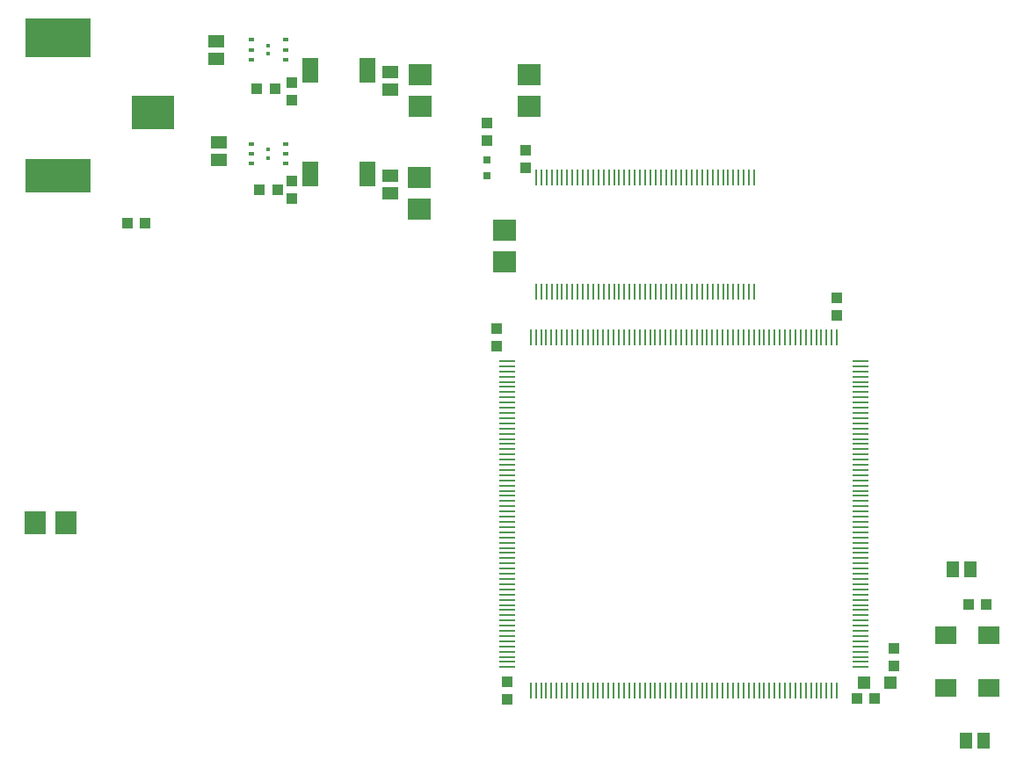
<source format=gtp>
G75*
G70*
%OFA0B0*%
%FSLAX24Y24*%
%IPPOS*%
%LPD*%
%AMOC8*
5,1,8,0,0,1.08239X$1,22.5*
%
%ADD10R,0.0866X0.0787*%
%ADD11R,0.0100X0.0590*%
%ADD12R,0.0590X0.0100*%
%ADD13R,0.0433X0.0394*%
%ADD14R,0.0394X0.0433*%
%ADD15R,0.0197X0.0169*%
%ADD16R,0.0157X0.0118*%
%ADD17R,0.0591X0.0945*%
%ADD18R,0.0591X0.0512*%
%ADD19R,0.1600X0.1300*%
%ADD20R,0.2500X0.1300*%
%ADD21R,0.2500X0.1500*%
%ADD22R,0.0787X0.0709*%
%ADD23R,0.0472X0.0472*%
%ADD24R,0.0787X0.0866*%
%ADD25R,0.0512X0.0591*%
%ADD26R,0.0315X0.0315*%
D10*
X020580Y023449D03*
X020580Y024630D03*
X017344Y025453D03*
X017344Y026634D03*
X017391Y029354D03*
X017391Y030535D03*
X021517Y030535D03*
X021517Y029354D03*
D11*
X021785Y026638D03*
X021982Y026638D03*
X022179Y026638D03*
X022376Y026638D03*
X022572Y026638D03*
X022769Y026638D03*
X022966Y026638D03*
X023163Y026638D03*
X023360Y026638D03*
X023557Y026638D03*
X023754Y026638D03*
X023950Y026638D03*
X024147Y026638D03*
X024344Y026638D03*
X024541Y026638D03*
X024738Y026638D03*
X024935Y026638D03*
X025131Y026638D03*
X025328Y026638D03*
X025525Y026638D03*
X025722Y026638D03*
X025919Y026638D03*
X026116Y026638D03*
X026313Y026638D03*
X026509Y026638D03*
X026706Y026638D03*
X026903Y026638D03*
X027100Y026638D03*
X027297Y026638D03*
X027494Y026638D03*
X027691Y026638D03*
X027887Y026638D03*
X028084Y026638D03*
X028281Y026638D03*
X028478Y026638D03*
X028675Y026638D03*
X028872Y026638D03*
X029069Y026638D03*
X029265Y026638D03*
X029462Y026638D03*
X029659Y026638D03*
X029856Y026638D03*
X030053Y026638D03*
X030053Y022307D03*
X029856Y022307D03*
X029659Y022307D03*
X029462Y022307D03*
X029265Y022307D03*
X029069Y022307D03*
X028872Y022307D03*
X028675Y022307D03*
X028478Y022307D03*
X028281Y022307D03*
X028084Y022307D03*
X027887Y022307D03*
X027691Y022307D03*
X027494Y022307D03*
X027297Y022307D03*
X027100Y022307D03*
X026903Y022307D03*
X026706Y022307D03*
X026509Y022307D03*
X026313Y022307D03*
X026116Y022307D03*
X025919Y022307D03*
X025722Y022307D03*
X025525Y022307D03*
X025328Y022307D03*
X025131Y022307D03*
X024935Y022307D03*
X024738Y022307D03*
X024541Y022307D03*
X024344Y022307D03*
X024147Y022307D03*
X023950Y022307D03*
X023754Y022307D03*
X023557Y022307D03*
X023360Y022307D03*
X023163Y022307D03*
X022966Y022307D03*
X022769Y022307D03*
X022572Y022307D03*
X022376Y022307D03*
X022179Y022307D03*
X021982Y022307D03*
X021785Y022307D03*
X021773Y020563D03*
X021576Y020563D03*
X021970Y020563D03*
X022167Y020563D03*
X022364Y020563D03*
X022561Y020563D03*
X022757Y020563D03*
X022954Y020563D03*
X023151Y020563D03*
X023348Y020563D03*
X023545Y020563D03*
X023742Y020563D03*
X023939Y020563D03*
X024135Y020563D03*
X024332Y020563D03*
X024529Y020563D03*
X024726Y020563D03*
X024923Y020563D03*
X025120Y020563D03*
X025317Y020563D03*
X025513Y020563D03*
X025710Y020563D03*
X025907Y020563D03*
X026104Y020563D03*
X026301Y020563D03*
X026498Y020563D03*
X026694Y020563D03*
X026891Y020563D03*
X027088Y020563D03*
X027285Y020563D03*
X027482Y020563D03*
X027679Y020563D03*
X027876Y020563D03*
X028072Y020563D03*
X028269Y020563D03*
X028466Y020563D03*
X028663Y020563D03*
X028860Y020563D03*
X029057Y020563D03*
X029254Y020563D03*
X029450Y020563D03*
X029647Y020563D03*
X029844Y020563D03*
X030041Y020563D03*
X030238Y020563D03*
X030435Y020563D03*
X030631Y020563D03*
X030828Y020563D03*
X031025Y020563D03*
X031222Y020563D03*
X031419Y020563D03*
X031616Y020563D03*
X031813Y020563D03*
X032009Y020563D03*
X032206Y020563D03*
X032403Y020563D03*
X032600Y020563D03*
X032797Y020563D03*
X032994Y020563D03*
X033191Y020563D03*
X033191Y007177D03*
X032994Y007177D03*
X032797Y007177D03*
X032600Y007177D03*
X032403Y007177D03*
X032206Y007177D03*
X032009Y007177D03*
X031813Y007177D03*
X031616Y007177D03*
X031419Y007177D03*
X031222Y007177D03*
X031025Y007177D03*
X030828Y007177D03*
X030631Y007177D03*
X030435Y007177D03*
X030238Y007177D03*
X030041Y007177D03*
X029844Y007177D03*
X029647Y007177D03*
X029450Y007177D03*
X029254Y007177D03*
X029057Y007177D03*
X028860Y007177D03*
X028663Y007177D03*
X028466Y007177D03*
X028269Y007177D03*
X028072Y007177D03*
X027876Y007177D03*
X027679Y007177D03*
X027482Y007177D03*
X027285Y007177D03*
X027088Y007177D03*
X026891Y007177D03*
X026694Y007177D03*
X026498Y007177D03*
X026301Y007177D03*
X026104Y007177D03*
X025907Y007177D03*
X025710Y007177D03*
X025513Y007177D03*
X025317Y007177D03*
X025120Y007177D03*
X024923Y007177D03*
X024726Y007177D03*
X024529Y007177D03*
X024332Y007177D03*
X024135Y007177D03*
X023939Y007177D03*
X023742Y007177D03*
X023545Y007177D03*
X023348Y007177D03*
X023151Y007177D03*
X022954Y007177D03*
X022757Y007177D03*
X022561Y007177D03*
X022364Y007177D03*
X022167Y007177D03*
X021970Y007177D03*
X021773Y007177D03*
X021576Y007177D03*
D12*
X020691Y008063D03*
X020691Y008260D03*
X020691Y008457D03*
X020691Y008654D03*
X020691Y008850D03*
X020691Y009047D03*
X020691Y009244D03*
X020691Y009441D03*
X020691Y009638D03*
X020691Y009835D03*
X020691Y010031D03*
X020691Y010228D03*
X020691Y010425D03*
X020691Y010622D03*
X020691Y010819D03*
X020691Y011016D03*
X020691Y011213D03*
X020691Y011409D03*
X020691Y011606D03*
X020691Y011803D03*
X020691Y012000D03*
X020691Y012197D03*
X020691Y012394D03*
X020691Y012591D03*
X020691Y012787D03*
X020691Y012984D03*
X020691Y013181D03*
X020691Y013378D03*
X020691Y013575D03*
X020691Y013772D03*
X020691Y013969D03*
X020691Y014165D03*
X020691Y014362D03*
X020691Y014559D03*
X020691Y014756D03*
X020691Y014953D03*
X020691Y015150D03*
X020691Y015346D03*
X020691Y015543D03*
X020691Y015740D03*
X020691Y015937D03*
X020691Y016134D03*
X020691Y016331D03*
X020691Y016528D03*
X020691Y016724D03*
X020691Y016921D03*
X020691Y017118D03*
X020691Y017315D03*
X020691Y017512D03*
X020691Y017709D03*
X020691Y017906D03*
X020691Y018102D03*
X020691Y018299D03*
X020691Y018496D03*
X020691Y018693D03*
X020691Y018890D03*
X020691Y019087D03*
X020691Y019283D03*
X020691Y019480D03*
X020691Y019677D03*
X034076Y019677D03*
X034076Y019480D03*
X034076Y019283D03*
X034076Y019087D03*
X034076Y018890D03*
X034076Y018693D03*
X034076Y018496D03*
X034076Y018299D03*
X034076Y018102D03*
X034076Y017906D03*
X034076Y017709D03*
X034076Y017512D03*
X034076Y017315D03*
X034076Y017118D03*
X034076Y016921D03*
X034076Y016724D03*
X034076Y016528D03*
X034076Y016331D03*
X034076Y016134D03*
X034076Y015937D03*
X034076Y015740D03*
X034076Y015543D03*
X034076Y015346D03*
X034076Y015150D03*
X034076Y014953D03*
X034076Y014756D03*
X034076Y014559D03*
X034076Y014362D03*
X034076Y014165D03*
X034076Y013969D03*
X034076Y013772D03*
X034076Y013575D03*
X034076Y013378D03*
X034076Y013181D03*
X034076Y012984D03*
X034076Y012787D03*
X034076Y012591D03*
X034076Y012394D03*
X034076Y012197D03*
X034076Y012000D03*
X034076Y011803D03*
X034076Y011606D03*
X034076Y011409D03*
X034076Y011213D03*
X034076Y011016D03*
X034076Y010819D03*
X034076Y010622D03*
X034076Y010425D03*
X034076Y010228D03*
X034076Y010031D03*
X034076Y009835D03*
X034076Y009638D03*
X034076Y009441D03*
X034076Y009244D03*
X034076Y009047D03*
X034076Y008850D03*
X034076Y008654D03*
X034076Y008457D03*
X034076Y008260D03*
X034076Y008063D03*
D13*
X033939Y006882D03*
X034608Y006882D03*
X038179Y010450D03*
X038848Y010450D03*
X019907Y028054D03*
X019907Y028723D03*
X012521Y029579D03*
X012521Y030248D03*
X012521Y026508D03*
X012521Y025839D03*
D14*
X011970Y026173D03*
X011301Y026173D03*
X011202Y030012D03*
X011872Y030012D03*
X006950Y024894D03*
X006281Y024894D03*
X020297Y020898D03*
X020297Y020228D03*
X021380Y027020D03*
X021380Y027689D03*
X033191Y022079D03*
X033191Y021409D03*
X035356Y008791D03*
X035356Y008122D03*
X020691Y007512D03*
X020691Y006843D03*
D15*
X012281Y027177D03*
X012281Y027551D03*
X012281Y027925D03*
X010990Y027925D03*
X010990Y027551D03*
X010990Y027177D03*
X010990Y031114D03*
X010990Y031488D03*
X010990Y031862D03*
X012281Y031862D03*
X012281Y031488D03*
X012281Y031114D03*
D16*
X011631Y031327D03*
X011631Y031642D03*
X011631Y027705D03*
X011631Y027390D03*
D17*
X013210Y026764D03*
X015376Y026764D03*
X015376Y030701D03*
X013210Y030701D03*
D18*
X016261Y030642D03*
X016261Y029972D03*
X016261Y026705D03*
X016261Y026035D03*
X009765Y027315D03*
X009765Y027984D03*
X009667Y031154D03*
X009667Y031823D03*
D19*
X007246Y029112D03*
D20*
X003646Y026712D03*
D21*
X003646Y031942D03*
D22*
X037315Y009272D03*
X038969Y009272D03*
X038969Y007272D03*
X037315Y007272D03*
D23*
X035214Y007488D03*
X034230Y007488D03*
D24*
X002771Y013534D03*
X003952Y013534D03*
D25*
X037572Y011764D03*
X038242Y011764D03*
X038072Y005264D03*
X038742Y005264D03*
D26*
X019907Y026719D03*
X019907Y027309D03*
M02*

</source>
